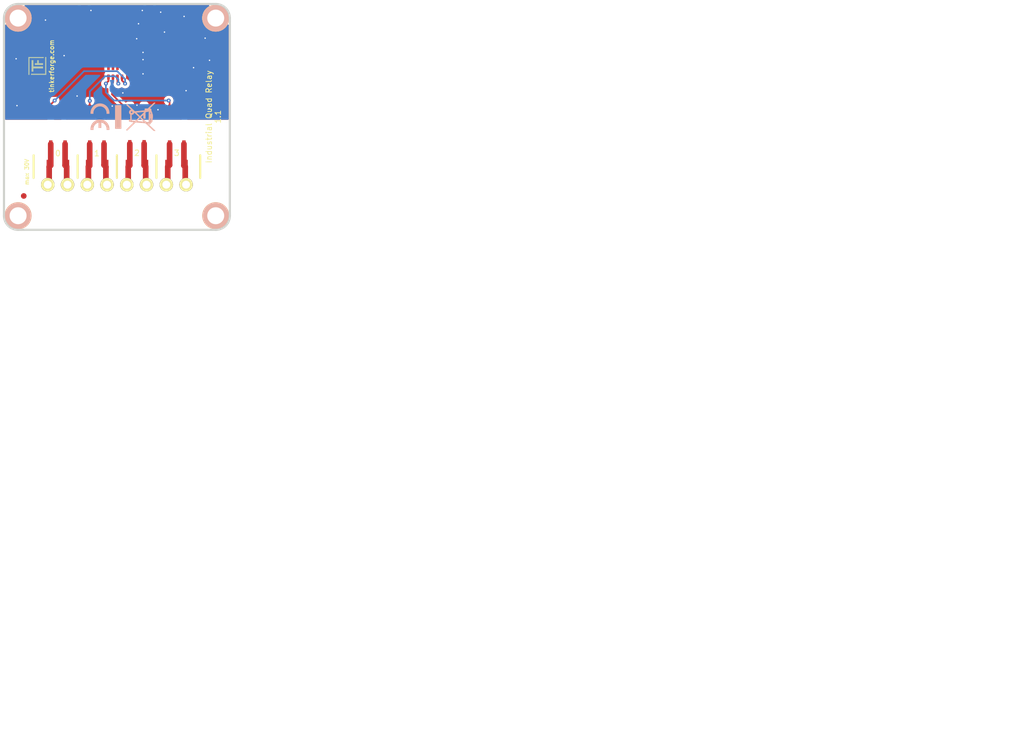
<source format=kicad_pcb>
(kicad_pcb (version 20221018) (generator pcbnew)
  (title_block (title "Industrial Quad Relay Bricklet") (rev "1.1") (company "Tinkerforge GmbH") (comment 1 "Licensed under CERN OHL v.1.1") (comment 2 "Copyright (©) 2013, B.Nordmeyer <bastian@tinkerforge.com>"))
  (layers (0 "F.Cu" signal "Front") (31 "B.Cu" signal "Back") (34 "B.Paste" user) (35 "F.Paste" user) (36 "B.SilkS" user "B.Silkscreen") (37 "F.SilkS" user "F.Silkscreen") (38 "B.Mask" user) (39 "F.Mask" user) (44 "Edge.Cuts" user))
  (net 0 "")
  (net 1 "3V3")
  (net 2 "GND")
  (net 3 "OUTPUT1")
  (net 4 "OUTPUT2")
  (net 5 "OUTPUT3")
  (net 6 "OUTPUT4")
  (net 7 "Net-(P1-Pad1)")
  (net 8 "Net-(P1-Pad4)")
  (net 9 "Net-(P1-Pad5)")
  (net 10 "Net-(P1-Pad6)")
  (net 11 "Net-(P2-Pad2)")
  (net 12 "Net-(P2-Pad3)")
  (net 13 "Net-(P2-Pad4)")
  (net 14 "Net-(P2-Pad1)")
  (net 15 "Net-(P2-Pad5)")
  (net 16 "Net-(P2-Pad6)")
  (net 17 "Net-(P2-Pad7)")
  (net 18 "Net-(P2-Pad8)")
  (net 19 "Net-(RP1-Pad5)")
  (net 20 "Net-(RP1-Pad6)")
  (net 21 "Net-(RP1-Pad7)")
  (net 22 "Net-(RP1-Pad8)")
  (net 23 "Net-(U1-Pad7)")
  (footprint "kicad-libraries:SOIC8" (layer "F.Cu") (at 126.8 48.525 -90)
    (fp_text reference "U1")
    (fp_text value "M24C64")
    (pad "1" smd rect (at -1.90246 2.69748 90) (size 0.59944 1.5494) (layers "F.Cu" "F.Paste" "F.Mask") (net 2 "GND"))
    (pad "2" smd rect (at -0.63246 2.69748 90) (size 0.59944 1.5494) (layers "F.Cu" "F.Paste" "F.Mask") (net 2 "GND"))
    (pad "3" smd rect (at 0.63246 2.69748 90) (size 0.59944 1.5494) (layers "F.Cu" "F.Paste" "F.Mask") (net 10 "Net-(P1-Pad6)"))
    (pad "4" smd rect (at 1.90246 2.69748 90) (size 0.59944 1.5494) (layers "F.Cu" "F.Paste" "F.Mask") (net 2 "GND"))
    (pad "5" smd rect (at 1.90246 -2.69748 270) (size 0.59944 1.5494) (layers "F.Cu" "F.Paste" "F.Mask") (net 9 "Net-(P1-Pad5)"))
    (pad "6" smd rect (at 0.63246 -2.69748 270) (size 0.59944 1.5494) (layers "F.Cu" "F.Paste" "F.Mask") (net 8 "Net-(P1-Pad4)"))
    (pad "7" smd rect (at -0.63246 -2.69748 270) (size 0.59944 1.5494) (layers "F.Cu" "F.Paste" "F.Mask") (net 23 "Net-(U1-Pad7)"))
    (pad "8" smd rect (at -1.90246 -2.69748 270) (size 0.59944 1.5494) (layers "F.Cu" "F.Paste" "F.Mask") (net 1 "3V3"))
  )
  (footprint "kicad-libraries:OQ_8P" (layer "F.Cu") (at 117.80012 70.05066)
    (fp_text reference "P2")
    (fp_text value "Digital Output")
    (pad "1" thru_hole circle (at -12.25042 0) (size 2.4003 2.4003) (drill 1.39954) (layers "*.Cu" "*.Mask" "F.SilkS") (net 14 "Net-(P2-Pad1)"))
    (pad "2" thru_hole circle (at -8.7503 0) (size 2.4003 2.4003) (drill 1.39954) (layers "*.Cu" "*.Mask" "F.SilkS") (net 11 "Net-(P2-Pad2)"))
    (pad "3" thru_hole circle (at -5.25018 0) (size 2.4003 2.4003) (drill 1.39954) (layers "*.Cu" "*.Mask" "F.SilkS") (net 12 "Net-(P2-Pad3)"))
    (pad "4" thru_hole circle (at -1.75006 0) (size 2.4003 2.4003) (drill 1.39954) (layers "*.Cu" "*.Mask" "F.SilkS") (net 13 "Net-(P2-Pad4)"))
    (pad "5" thru_hole circle (at 1.75006 0) (size 2.4003 2.4003) (drill 1.39954) (layers "*.Cu" "*.Mask" "F.SilkS") (net 15 "Net-(P2-Pad5)"))
    (pad "6" thru_hole circle (at 5.25018 0) (size 2.4003 2.4003) (drill 1.39954) (layers "*.Cu" "*.Mask" "F.SilkS") (net 16 "Net-(P2-Pad6)"))
    (pad "7" thru_hole circle (at 8.7503 0) (size 2.4003 2.4003) (drill 1.39954) (layers "*.Cu" "*.Mask" "F.SilkS") (net 17 "Net-(P2-Pad7)"))
    (pad "8" thru_hole circle (at 12.25042 0) (size 2.4003 2.4003) (drill 1.39954) (layers "*.Cu" "*.Mask" "F.SilkS") (net 18 "Net-(P2-Pad8)"))
  )
  (footprint "kicad-libraries:DRILL_NP" (layer "F.Cu") (at 100.29952 75.54976)
    (fp_text reference "U6" hide)
    (fp_text value "DRILL" hide)
    (pad "" np_thru_hole circle (at 0 0) (size 2.99974 2.99974) (drill 2.99974) (layers "*.Cu" "*.Mask" "F.SilkS") (clearance 0.89916))
  )
  (footprint "kicad-libraries:CON-SENSOR" (layer "F.Cu") (at 117.80012 38.0492 180)
    (fp_text reference "P1")
    (fp_text value "CON-SENSOR")
    (pad "1" smd rect (at -4.50088 -4.7752 180) (size 0.59944 1.5494) (layers "F.Cu" "F.Paste" "F.Mask") (net 7 "Net-(P1-Pad1)"))
    (pad "2" smd rect (at -3.50012 -4.7752 180) (size 0.59944 1.5494) (layers "F.Cu" "F.Paste" "F.Mask") (net 2 "GND"))
    (pad "3" smd rect (at -2.49936 -4.7752 180) (size 0.59944 1.5494) (layers "F.Cu" "F.Paste" "F.Mask") (net 1 "3V3"))
    (pad "4" smd rect (at -1.50114 -4.7752 180) (size 0.59944 1.5494) (layers "F.Cu" "F.Paste" "F.Mask") (net 8 "Net-(P1-Pad4)"))
    (pad "5" smd rect (at -0.50038 -4.7752 180) (size 0.59944 1.5494) (layers "F.Cu" "F.Paste" "F.Mask") (net 9 "Net-(P1-Pad5)"))
    (pad "6" smd rect (at 0.50038 -4.7752 180) (size 0.59944 1.5494) (layers "F.Cu" "F.Paste" "F.Mask") (net 10 "Net-(P1-Pad6)"))
    (pad "7" smd rect (at 1.50114 -4.7752 180) (size 0.59944 1.5494) (layers "F.Cu" "F.Paste" "F.Mask") (net 3 "OUTPUT1"))
    (pad "8" smd rect (at 2.49936 -4.7752 180) (size 0.59944 1.5494) (layers "F.Cu" "F.Paste" "F.Mask") (net 4 "OUTPUT2"))
    (pad "9" smd rect (at 3.50012 -4.7752 180) (size 0.59944 1.5494) (layers "F.Cu" "F.Paste" "F.Mask") (net 5 "OUTPUT3"))
    (pad "10" smd rect (at 4.50088 -4.7752 180) (size 0.59944 1.5494) (layers "F.Cu" "F.Paste" "F.Mask") (net 6 "OUTPUT4"))
    (pad "EP" smd rect (at -5.79882 -0.89916 180) (size 1.19888 1.80086) (layers "F.Cu" "F.Paste" "F.Mask") (net 2 "GND"))
    (pad "EP" smd rect (at 5.79882 -0.89916 180) (size 1.19888 1.80086) (layers "F.Cu" "F.Paste" "F.Mask") (net 2 "GND"))
  )
  (footprint "kicad-libraries:0603X4" (layer "F.Cu") (at 117.5004 50.14976)
    (fp_text reference "RP1")
    (fp_text value "1k")
    (pad "1" smd rect (at 1.19888 -0.8509) (size 0.44958 0.89916) (layers "F.Cu" "F.Paste" "F.Mask") (net 3 "OUTPUT1"))
    (pad "2" smd rect (at 0.39878 -0.8509) (size 0.44958 0.89916) (layers "F.Cu" "F.Paste" "F.Mask") (net 4 "OUTPUT2"))
    (pad "3" smd rect (at -0.39878 -0.8509) (size 0.44958 0.89916) (layers "F.Cu" "F.Paste" "F.Mask") (net 5 "OUTPUT3"))
    (pad "4" smd rect (at -1.19888 -0.8509) (size 0.44958 0.89916) (layers "F.Cu" "F.Paste" "F.Mask") (net 6 "OUTPUT4"))
    (pad "5" smd rect (at -1.19888 0.8509) (size 0.44958 0.89916) (layers "F.Cu" "F.Paste" "F.Mask") (net 19 "Net-(RP1-Pad5)"))
    (pad "6" smd rect (at -0.39878 0.8509) (size 0.44958 0.89916) (layers "F.Cu" "F.Paste" "F.Mask") (net 20 "Net-(RP1-Pad6)"))
    (pad "7" smd rect (at 0.39878 0.8509) (size 0.44958 0.89916) (layers "F.Cu" "F.Paste" "F.Mask") (net 21 "Net-(RP1-Pad7)"))
    (pad "8" smd rect (at 1.19888 0.8509) (size 0.44958 0.89916) (layers "F.Cu" "F.Paste" "F.Mask") (net 22 "Net-(RP1-Pad8)"))
  )
  (footprint "kicad-libraries:DRILL_NP" (layer "F.Cu") (at 100.29952 40.54856)
    (fp_text reference "U7" hide)
    (fp_text value "DRILL" hide)
    (pad "" np_thru_hole circle (at 0 0) (size 2.99974 2.99974) (drill 2.99974) (layers "*.Cu" "*.Mask" "F.SilkS") (clearance 0.89916))
  )
  (footprint "kicad-libraries:DRILL_NP" (layer "F.Cu") (at 135.30072 40.54856)
    (fp_text reference "U8" hide)
    (fp_text value "DRILL" hide)
    (pad "" np_thru_hole circle (at 0 0) (size 2.99974 2.99974) (drill 2.99974) (layers "*.Cu" "*.Mask" "F.SilkS") (clearance 0.89916))
  )
  (footprint "kicad-libraries:DRILL_NP" (layer "F.Cu") (at 135.30072 75.54976)
    (fp_text reference "U9" hide)
    (fp_text value "DRILL" hide)
    (pad "" np_thru_hole circle (at 0 0) (size 2.99974 2.99974) (drill 2.99974) (layers "*.Cu" "*.Mask" "F.SilkS") (clearance 0.89916))
  )
  (footprint "kicad-libraries:Fiducial_Mark" (layer "F.Cu") (at 101.30028 72.04964)
    (fp_text reference "Fiducial_Mark" hide)
    (fp_text value "VAL**" hide)
    (pad "1" smd circle (at 0 0) (size 1.00076 1.00076) (layers "F.Cu" "F.Paste" "F.Mask") (clearance 0.65024))
  )
  (footprint "kicad-libraries:Fiducial_Mark" (layer "F.Cu") (at 135.8011 44.54906)
    (fp_text reference "Fiducial_Mark" hide)
    (fp_text value "VAL**" hide)
    (pad "1" smd circle (at 0 0) (size 1.00076 1.00076) (layers "F.Cu" "F.Paste" "F.Mask") (clearance 0.65024))
  )
  (footprint "kicad-libraries:Logo_31x31" (layer "F.Cu") (at 102.12578 50.59934 90)
    (fp_text reference "G***" hide)
    (fp_text value "Logo_31x31" hide)
  )
  (footprint "kicad-libraries:C0603" (layer "F.Cu") (at 131.35 47.45 -90)
    (fp_text reference "C1")
    (fp_text value "100nF")
    (pad "1" smd rect (at -0.8001 0 270) (size 0.8001 0.8001) (layers "F.Cu" "F.Paste" "F.Mask") (net 1 "3V3"))
    (pad "2" smd rect (at 0.8001 0 270) (size 0.8001 0.8001) (layers "F.Cu" "F.Paste" "F.Mask") (net 2 "GND"))
  )
  (footprint "kicad-libraries:R1210" (layer "F.Cu") (at 107.35056 66.89852)
    (fp_text reference "R1")
    (fp_text value "VJ13PC0300KBA")
    (pad "1" smd rect (at -1.5494 0) (size 0.89916 2.49936) (layers "F.Cu" "F.Paste" "F.Mask") (net 14 "Net-(P2-Pad1)") (clearance 0.14986))
    (pad "2" smd rect (at 1.5494 0) (size 0.89916 2.49936) (layers "F.Cu" "F.Paste" "F.Mask") (net 11 "Net-(P2-Pad2)") (clearance 0.14986))
  )
  (footprint "kicad-libraries:R1210" (layer "F.Cu") (at 114.3 66.89852)
    (fp_text reference "R2")
    (fp_text value "VJ13PC0300KBA")
    (pad "1" smd rect (at -1.5494 0) (size 0.89916 2.49936) (layers "F.Cu" "F.Paste" "F.Mask") (net 12 "Net-(P2-Pad3)") (clearance 0.14986))
    (pad "2" smd rect (at 1.5494 0) (size 0.89916 2.49936) (layers "F.Cu" "F.Paste" "F.Mask") (net 13 "Net-(P2-Pad4)") (clearance 0.14986))
  )
  (footprint "kicad-libraries:R1210" (layer "F.Cu") (at 121.35104 66.89852)
    (fp_text reference "R3")
    (fp_text value "VJ13PC0300KBA")
    (pad "1" smd rect (at -1.5494 0) (size 0.89916 2.49936) (layers "F.Cu" "F.Paste" "F.Mask") (net 15 "Net-(P2-Pad5)") (clearance 0.14986))
    (pad "2" smd rect (at 1.5494 0) (size 0.89916 2.49936) (layers "F.Cu" "F.Paste" "F.Mask") (net 16 "Net-(P2-Pad6)") (clearance 0.14986))
  )
  (footprint "kicad-libraries:R1210" (layer "F.Cu") (at 128.35128 66.89852)
    (fp_text reference "R4")
    (fp_text value "VJ13PC0300KBA")
    (pad "1" smd rect (at -1.5494 0) (size 0.89916 2.49936) (layers "F.Cu" "F.Paste" "F.Mask") (net 17 "Net-(P2-Pad7)") (clearance 0.14986))
    (pad "2" smd rect (at 1.5494 0) (size 0.89916 2.49936) (layers "F.Cu" "F.Paste" "F.Mask") (net 18 "Net-(P2-Pad8)") (clearance 0.14986))
  )
  (footprint "kicad-libraries:SOP4-WIDE" (layer "F.Cu") (at 107.35056 60.04814)
    (fp_text reference "U2")
    (fp_text value "CPC1020N")
    (pad "1" smd rect (at 1.27 -3.15) (size 0.59944 2) (layers "F.Cu" "F.Paste" "F.Mask") (net 1 "3V3"))
    (pad "2" smd rect (at -1.27 -3.15) (size 0.59944 2) (layers "F.Cu" "F.Paste" "F.Mask") (net 22 "Net-(RP1-Pad8)"))
    (pad "3" smd rect (at -1.27 3.15) (size 0.59944 2) (layers "F.Cu" "F.Paste" "F.Mask") (net 14 "Net-(P2-Pad1)"))
    (pad "4" smd rect (at 1.27 3.15) (size 0.59944 2) (layers "F.Cu" "F.Paste" "F.Mask") (net 11 "Net-(P2-Pad2)"))
  )
  (footprint "kicad-libraries:SOP4-WIDE" (layer "F.Cu") (at 114.2492 60.04814)
    (fp_text reference "U3")
    (fp_text value "CPC1020N")
    (pad "1" smd rect (at 1.27 -3.15) (size 0.59944 2) (layers "F.Cu" "F.Paste" "F.Mask") (net 1 "3V3"))
    (pad "2" smd rect (at -1.27 -3.15) (size 0.59944 2) (layers "F.Cu" "F.Paste" "F.Mask") (net 21 "Net-(RP1-Pad7)"))
    (pad "3" smd rect (at -1.27 3.15) (size 0.59944 2) (layers "F.Cu" "F.Paste" "F.Mask") (net 12 "Net-(P2-Pad3)"))
    (pad "4" smd rect (at 1.27 3.15) (size 0.59944 2) (layers "F.Cu" "F.Paste" "F.Mask") (net 13 "Net-(P2-Pad4)"))
  )
  (footprint "kicad-libraries:SOP4-WIDE" (layer "F.Cu") (at 121.35104 59.99988)
    (fp_text reference "U4")
    (fp_text value "CPC1020N")
    (pad "1" smd rect (at 1.27 -3.15) (size 0.59944 2) (layers "F.Cu" "F.Paste" "F.Mask") (net 1 "3V3"))
    (pad "2" smd rect (at -1.27 -3.15) (size 0.59944 2) (layers "F.Cu" "F.Paste" "F.Mask") (net 20 "Net-(RP1-Pad6)"))
    (pad "3" smd rect (at -1.27 3.15) (size 0.59944 2) (layers "F.Cu" "F.Paste" "F.Mask") (net 15 "Net-(P2-Pad5)"))
    (pad "4" smd rect (at 1.27 3.15) (size 0.59944 2) (layers "F.Cu" "F.Paste" "F.Mask") (net 16 "Net-(P2-Pad6)"))
  )
  (footprint "kicad-libraries:SOP4-WIDE" (layer "F.Cu") (at 128.39954 60.04814)
    (fp_text reference "U5")
    (fp_text value "CPC1020N")
    (pad "1" smd rect (at 1.27 -3.15) (size 0.59944 2) (layers "F.Cu" "F.Paste" "F.Mask") (net 1 "3V3"))
    (pad "2" smd rect (at -1.27 -3.15) (size 0.59944 2) (layers "F.Cu" "F.Paste" "F.Mask") (net 19 "Net-(RP1-Pad5)"))
    (pad "3" smd rect (at -1.27 3.15) (size 0.59944 2) (layers "F.Cu" "F.Paste" "F.Mask") (net 17 "Net-(P2-Pad7)"))
    (pad "4" smd rect (at 1.27 3.15) (size 0.59944 2) (layers "F.Cu" "F.Paste" "F.Mask") (net 18 "Net-(P2-Pad8)"))
  )
  (footprint "kicad-libraries:WEEE_7mm" (layer "B.Cu") (at 121.05 58.05 90)
    (fp_text reference "VAL" hide)
    (fp_text value "WEEE_7mm" hide)
  )
  (footprint "kicad-libraries:CE_5mm" (layer "B.Cu") (at 114.8 58.05 -90)
    (fp_text reference "VAL" hide)
    (fp_text value "CE_5mm" hide)
  )
  (gr_line (start 124.80036 68.84924) (end 124.80036 64.84874) (stroke (width 0.381)) (layer "F.SilkS"))
  (gr_line (start 103.05034 68.84924) (end 103.05034 64.84874) (stroke (width 0.381)) (layer "F.SilkS"))
  (gr_line (start 117.80012 68.84924) (end 117.80012 64.84874) (stroke (width 0.381)) (layer "F.SilkS"))
  (gr_line (start 132.5499 68.84924) (end 132.5499 64.84874) (stroke (width 0.381)) (layer "F.SilkS"))
  (gr_line (start 110.85068 68.84924) (end 110.85068 64.84874) (stroke (width 0.381)) (layer "F.SilkS"))
  (gr_line (start 97.80016 40.5511) (end 97.80016 75.54976) (stroke (width 0.381)) (layer "Edge.Cuts"))
  (gr_arc (start 137.80008 75.54976) (mid 137.06729 77.31887) (end 135.29818 78.05166) (stroke (width 0.381)) (layer "Edge.Cuts"))
  (gr_line (start 135.30072 38.0492) (end 100.29952 38.0492) (stroke (width 0.381)) (layer "Edge.Cuts"))
  (gr_line (start 100.29952 78.04912) (end 135.30072 78.04912) (stroke (width 0.381)) (layer "Edge.Cuts"))
  (gr_arc (start 135.29818 38.0492) (mid 137.06729 38.78199) (end 137.80008 40.5511) (stroke (width 0.381)) (layer "Edge.Cuts"))
  (gr_line (start 137.80262 75.54976) (end 137.80262 40.5511) (stroke (width 0.381)) (layer "Edge.Cuts"))
  (gr_arc (start 97.80016 40.5511) (mid 98.532206 38.783786) (end 100.29952 38.05174) (stroke (width 0.381)) (layer "Edge.Cuts"))
  (gr_arc (start 100.29952 78.04912) (mid 98.532206 77.317074) (end 97.80016 75.54976) (stroke (width 0.381)) (layer "Edge.Cuts"))
  (gr_text "max 30V" (at 101.84892 67.80022 90) (layer "F.SilkS") (effects (font (size 0.70104 0.70104) (thickness 0.14986))))
  (gr_text "tinkerforge.com" (at 106.25074 49.04994 90) (layer "F.SilkS") (effects (font (size 0.8001 0.8001) (thickness 0.14986))))
  (gr_text "1" (at 114.2492 64.49822) (layer "F.SilkS") (effects (font (size 1.00076 1.00076) (thickness 0.14986))))
  (gr_text "3" (at 128.39954 64.44996) (layer "F.SilkS") (effects (font (size 1.00076 1.00076) (thickness 0.14986))))
  (gr_text "0" (at 107.35056 64.49822) (layer "F.SilkS") (effects (font (size 1.00076 1.00076) (thickness 0.14986))))
  (gr_text "2" (at 121.35104 64.44996) (layer "F.SilkS") (effects (font (size 1.00076 1.00076) (thickness 0.14986))))
  (gr_text "Industrial Quad Relay\n1.1" (at 134.9 58.025 90) (layer "F.SilkS") (effects (font (size 1 1))))
  (segment (start 122.875 58.375) (end 122.62104 58.12104) (width 0.29972) (layer "F.Cu") (net 1))
  (segment (start 122.62104 58.12104) (end 122.62104 56.84988) (width 0.29972) (layer "F.Cu") (net 1))
  (segment (start 115.925 58.375) (end 115.5192 57.9692) (width 0.29972) (layer "F.Cu") (net 1))
  (segment (start 115.5192 57.9692) (end 115.5192 56.89814) (width 0.29972) (layer "F.Cu") (net 1))
  (segment (start 108.875 58.375) (end 108.62056 58.12056) (width 0.29972) (layer "F.Cu") (net 1))
  (segment (start 108.62056 58.12056) (end 108.62056 56.89814) (width 0.29972) (layer "F.Cu") (net 1))
  (segment (start 129.05 58.375) (end 122.875 58.375) (width 0.29972) (layer "F.Cu") (net 1))
  (segment (start 129.225 58.375) (end 129.66954 57.93046) (width 0.29972) (layer "F.Cu") (net 1))
  (segment (start 129.66954 57.93046) (end 129.66954 56.89814) (width 0.29972) (layer "F.Cu") (net 1))
  (segment (start 120.29948 41.85052) (end 121.325 40.825) (width 0.29972) (layer "F.Cu") (net 1))
  (segment (start 121.325 40.825) (end 126.725 40.825) (width 0.29972) (layer "F.Cu") (net 1))
  (segment (start 126.725 40.825) (end 131.35 45.45) (width 0.29972) (layer "F.Cu") (net 1))
  (segment (start 131.35 45.45) (end 131.35 46.6499) (width 0.29972) (layer "F.Cu") (net 1))
  (segment (start 129.52484 46.6499) (end 129.49748 46.62254) (width 0.29972) (layer "F.Cu") (net 1))
  (segment (start 132.1749 46.6499) (end 132.975 47.45) (width 0.29972) (layer "F.Cu") (net 1))
  (segment (start 132.975 47.45) (end 132.975 54.475) (width 0.29972) (layer "F.Cu") (net 1))
  (segment (start 132.975 54.475) (end 130.55186 56.89814) (width 0.29972) (layer "F.Cu") (net 1))
  (segment (start 130.55186 56.89814) (end 129.66954 56.89814) (width 0.29972) (layer "F.Cu") (net 1))
  (segment (start 115.925 58.375) (end 108.875 58.375) (width 0.29972) (layer "F.Cu") (net 1))
  (segment (start 129.05 58.375) (end 129.225 58.375) (width 0.29972) (layer "F.Cu") (net 1))
  (segment (start 122.875 58.375) (end 115.925 58.375) (width 0.29972) (layer "F.Cu") (net 1))
  (segment (start 131.35 46.6499) (end 132.1749 46.6499) (width 0.29972) (layer "F.Cu") (net 1))
  (segment (start 120.29948 42.8244) (end 120.29948 41.85052) (width 0.29972) (layer "F.Cu") (net 1))
  (segment (start 131.35 46.6499) (end 129.52484 46.6499) (width 0.29972) (layer "F.Cu") (net 1))
  (segment (start 131.35 49.3) (end 131.375 49.325) (width 0.29972) (layer "F.Cu") (net 2))
  (segment (start 122.425 47.9) (end 122.43246 47.89254) (width 0.29972) (layer "F.Cu") (net 2))
  (segment (start 122.43246 47.89254) (end 124.10252 47.89254) (width 0.29972) (layer "F.Cu") (net 2))
  (segment (start 122.42746 46.62254) (end 122.425 46.625) (width 0.29972) (layer "F.Cu") (net 2))
  (segment (start 122.425 50.425) (end 122.42746 50.42746) (width 0.29972) (layer "F.Cu") (net 2))
  (segment (start 122.42746 50.42746) (end 124.10252 50.42746) (width 0.29972) (layer "F.Cu") (net 2))
  (segment (start 122.425 51.9) (end 123.925 53.4) (width 0.29972) (layer "F.Cu") (net 2))
  (segment (start 123.925 53.4) (end 130.05 53.4) (width 0.29972) (layer "F.Cu") (net 2))
  (segment (start 134.125 56.6) (end 134.2 56.525) (width 0.29972) (layer "F.Cu") (net 2))
  (segment (start 134.2 56.525) (end 134.2 48.025) (width 0.29972) (layer "F.Cu") (net 2))
  (segment (start 133.425 44.1) (end 129.7 40.375) (width 0.29972) (layer "F.Cu") (net 2))
  (segment (start 129.7 40.375) (end 129.7 40.25) (width 0.29972) (layer "F.Cu") (net 2))
  (segment (start 121.30024 41.87476) (end 121.625 41.55) (width 0.29972) (layer "F.Cu") (net 2))
  (segment (start 122.425 53.75) (end 125.075 56.4) (width 0.29972) (layer "F.Cu") (net 2))
  (segment (start 125.075 56.4) (end 125.075 56.775) (width 0.29972) (layer "F.Cu") (net 2))
  (segment (start 121.30024 42.8244) (end 121.30024 41.87476) (width 0.29972) (layer "F.Cu") (net 2))
  (segment (start 102.39756 56.05018) (end 104.09936 54.34838) (width 0.29972) (layer "F.Cu") (net 2))
  (segment (start 124.10252 46.62254) (end 122.42746 46.62254) (width 0.29972) (layer "F.Cu") (net 2))
  (segment (start 107.10164 38.94836) (end 105.15092 40.89908) (width 0.29972) (layer "F.Cu") (net 2))
  (segment (start 110.74908 54.34838) (end 115.1001 54.34838) (width 0.29972) (layer "F.Cu") (net 2))
  (segment (start 122.425 50.425) (end 122.425 51.9) (width 0.29972) (layer "F.Cu") (net 2))
  (segment (start 100.1014 56.05018) (end 102.39756 56.05018) (width 0.29972) (layer "F.Cu") (net 2))
  (segment (start 115.1001 54.34838) (end 116.975 56.125) (width 0.29972) (layer "F.Cu") (net 2))
  (segment (start 131.35 48.2501) (end 131.35 49.3) (width 0.29972) (layer "F.Cu") (net 2))
  (segment (start 105.15092 40.89908) (end 105.15092 41.148) (width 0.29972) (layer "F.Cu") (net 2))
  (segment (start 105.15092 42.54754) (end 99.949 47.74946) (width 0.29972) (layer "F.Cu") (net 2))
  (segment (start 112.0013 39.19982) (end 113.20018 39.19982) (width 0.29972) (layer "F.Cu") (net 2))
  (segment (start 105.15092 40.89908) (end 105.15092 42.54754) (width 0.29972) (layer "F.Cu") (net 2))
  (segment (start 123.59894 39.19982) (end 122.301 39.19982) (width 0.29972) (layer "F.Cu") (net 2))
  (segment (start 121.30024 42.8244) (end 121.30024 44.19854) (width 0.29972) (layer "F.Cu") (net 2))
  (segment (start 122.425 50.425) (end 122.425 53.75) (width 0.29972) (layer "F.Cu") (net 2))
  (segment (start 104.09936 54.34838) (end 110.74908 54.34838) (width 0.29972) (layer "F.Cu") (net 2))
  (segment (start 112.0013 38.94836) (end 107.10164 38.94836) (width 0.29972) (layer "F.Cu") (net 2))
  (via (at 130.05 53.4) (size 0.70104) (drill 0.24892) (layers "F.Cu" "B.Cu") (net 2))
  (via (at 121.625 41.55) (size 0.70104) (drill 0.24892) (layers "F.Cu" "B.Cu") (net 2))
  (via (at 125.075 56.775) (size 0.70104) (drill 0.24892) (layers "F.Cu" "B.Cu") (net 2))
  (via (at 131.375 49.325) (size 0.70104) (drill 0.24892) (layers "F.Cu" "B.Cu") (net 2))
  (via (at 105.15092 40.89908) (size 0.70104) (drill 0.24892) (layers "F.Cu" "B.Cu") (net 2))
  (via (at 134.2 48.025) (size 0.70104) (drill 0.24892) (layers "F.Cu" "B.Cu") (net 2))
  (via (at 122.425 46.625) (size 0.70104) (drill 0.24892) (layers "F.Cu" "B.Cu") (net 2))
  (via (at 113.20018 39.19982) (size 0.70104) (drill 0.24892) (layers "F.Cu" "B.Cu") (net 2))
  (via (at 108.45038 47.19828) (size 0.70104) (drill 0.24892) (layers "F.Cu" "B.Cu") (net 2))
  (via (at 118.85 53.8) (size 0.70104) (drill 0.24892) (layers "F.Cu" "B.Cu") (net 2))
  (via (at 126.225 43.025) (size 0.70104) (drill 0.24892) (layers "F.Cu" "B.Cu") (net 2))
  (via (at 110.74908 54.34838) (size 0.70104) (drill 0.24892) (layers "F.Cu" "B.Cu") (net 2))
  (via (at 122.425 47.9) (size 0.70104) (drill 0.24892) (layers "F.Cu" "B.Cu") (net 2))
  (via (at 116.975 56.125) (size 0.70104) (drill 0.24892) (layers "F.Cu" "B.Cu") (net 2))
  (via (at 121.30024 44.19854) (size 0.70104) (drill 0.24892) (layers "F.Cu" "B.Cu") (net 2))
  (via (at 122.301 39.19982) (size 0.70104) (drill 0.24892) (layers "F.Cu" "B.Cu") (net 2))
  (via (at 125.55 39.5) (size 0.70104) (drill 0.24892) (layers "F.Cu" "B.Cu") (net 2))
  (via (at 99.949 47.74946) (size 0.70104) (drill 0.24892) (layers "F.Cu" "B.Cu") (net 2))
  (via (at 122.425 50.425) (size 0.70104) (drill 0.24892) (layers "F.Cu" "B.Cu") (net 2))
  (via (at 134.125 56.6) (size 0.70104) (drill 0.24892) (layers "F.Cu" "B.Cu") (net 2))
  (via (at 121.35 55.975) (size 0.70104) (drill 0.24892) (layers "F.Cu" "B.Cu") (net 2))
  (via (at 129.7 40.25) (size 0.70104) (drill 0.24892) (layers "F.Cu" "B.Cu") (net 2))
  (via (at 133.425 44.1) (size 0.70104) (drill 0.24892) (layers "F.Cu" "B.Cu") (net 2))
  (via (at 100.1014 56.05018) (size 0.70104) (drill 0.24892) (layers "F.Cu" "B.Cu") (net 2))
  (segment (start 131.375 49.325) (end 129.95 47.9) (width 0.29972) (layer "B.Cu") (net 2))
  (segment (start 129.95 47.9) (end 122.425 47.9) (width 0.29972) (layer "B.Cu") (net 2))
  (segment (start 122.425 46.625) (end 122.425 47.9) (width 0.29972) (layer "B.Cu") (net 2))
  (segment (start 130.05 53.4) (end 133.25 56.6) (width 0.29972) (layer "B.Cu") (net 2))
  (segment (start 133.25 56.6) (end 134.125 56.6) (width 0.29972) (layer "B.Cu") (net 2))
  (segment (start 134.2 48.025) (end 133.425 47.25) (width 0.29972) (layer "B.Cu") (net 2))
  (segment (start 133.425 47.25) (end 133.425 44.1) (width 0.29972) (layer "B.Cu") (net 2))
  (segment (start 129.7 40.25) (end 128.95 39.5) (width 0.29972) (layer "B.Cu") (net 2))
  (segment (start 128.95 39.5) (end 125.55 39.5) (width 0.29972) (layer "B.Cu") (net 2))
  (segment (start 121.625 41.55) (end 122.301 40.874) (width 0.29972) (layer "B.Cu") (net 2))
  (segment (start 122.301 40.874) (end 122.301 39.19982) (width 0.29972) (layer "B.Cu") (net 2))
  (segment (start 122.60118 39.5) (end 122.301 39.19982) (width 0.29972) (layer "B.Cu") (net 2))
  (segment (start 129 40.25) (end 126.225 43.025) (width 0.29972) (layer "B.Cu") (net 2))
  (segment (start 122.425 52.05) (end 120.675 53.8) (width 0.29972) (layer "B.Cu") (net 2))
  (segment (start 120.675 53.8) (end 118.85 53.8) (width 0.29972) (layer "B.Cu") (net 2))
  (segment (start 129.7 40.25) (end 129 40.25) (width 0.29972) (layer "B.Cu") (net 2))
  (segment (start 100.1014 47.90186) (end 100.1014 56.05018) (width 0.29972) (layer "B.Cu") (net 2))
  (segment (start 122.425 47.9) (end 122.425 50.425) (width 0.29972) (layer "B.Cu") (net 2))
  (segment (start 111.45012 44.19854) (end 108.45038 47.19828) (width 0.29972) (layer "B.Cu") (net 2))
  (segment (start 99.949 47.74946) (end 100.1014 47.90186) (width 0.29972) (layer "B.Cu") (net 2))
  (segment (start 125.55 39.5) (end 122.60118 39.5) (width 0.29972) (layer "B.Cu") (net 2))
  (segment (start 122.425 50.425) (end 122.425 52.05) (width 0.29972) (layer "B.Cu") (net 2))
  (segment (start 121.30024 44.19854) (end 111.45012 44.19854) (width 0.29972) (layer "B.Cu") (net 2))
  (segment (start 113.20018 39.19982) (end 122.301 39.19982) (width 0.29972) (layer "B.Cu") (net 2))
  (segment (start 116.975 56.125) (end 116.7511 55.99938) (width 0.29972) (layer "B.Cu") (net 2))
  (segment (start 116.7511 55.99938) (end 121.35 55.975) (width 0.29972) (layer "B.Cu") (net 2))
  (segment (start 116.29898 44.49826) (end 116.29898 42.8244) (width 0.29972) (layer "F.Cu") (net 3))
  (segment (start 118.69928 46.89856) (end 116.29898 44.49826) (width 0.29972) (layer "F.Cu") (net 3))
  (segment (start 118.69928 49.29886) (end 118.69928 46.89856) (width 0.29972) (layer "F.Cu") (net 3))
  (segment (start 115.30076 44.85132) (end 115.30076 42.8244) (width 0.29972) (layer "F.Cu") (net 4))
  (segment (start 117.89918 49.29886) (end 117.89918 47.44974) (width 0.29972) (layer "F.Cu") (net 4))
  (segment (start 117.89918 47.44974) (end 115.30076 44.85132) (width 0.29972) (layer "F.Cu") (net 4))
  (segment (start 117.10162 49.29886) (end 117.10162 48.14824) (width 0.29972) (layer "F.Cu") (net 5))
  (segment (start 117.10162 48.14824) (end 114.3 45.34662) (width 0.29972) (layer "F.Cu") (net 5))
  (segment (start 114.3 45.34662) (end 114.3 42.8244) (width 0.29972) (layer "F.Cu") (net 5))
  (segment (start 113.29924 46.04766) (end 113.29924 42.8244) (width 0.29972) (layer "F.Cu") (net 6))
  (segment (start 116.30152 49.04994) (end 113.29924 46.04766) (width 0.29972) (layer "F.Cu") (net 6))
  (segment (start 116.30152 49.29886) (end 116.30152 49.04994) (width 0.29972) (layer "F.Cu") (net 6))
  (segment (start 128.65746 49.15746) (end 128.025 48.525) (width 0.29972) (layer "F.Cu") (net 8))
  (segment (start 128.025 48.525) (end 128.025 46.225) (width 0.29972) (layer "F.Cu") (net 8))
  (segment (start 128.025 46.225) (end 126.775 44.975) (width 0.29972) (layer "F.Cu") (net 8))
  (segment (start 126.775 44.975) (end 120.15 44.975) (width 0.29972) (layer "F.Cu") (net 8))
  (segment (start 120.15 44.975) (end 119.30126 44.12626) (width 0.29972) (layer "F.Cu") (net 8))
  (segment (start 119.30126 44.12626) (end 119.30126 42.8244) (width 0.29972) (layer "F.Cu") (net 8))
  (segment (start 129.49748 49.15746) (end 128.65746 49.15746) (width 0.29972) (layer "F.Cu") (net 8))
  (segment (start 118.3005 43.9505) (end 120.05 45.7) (width 0.29972) (layer "F.Cu") (net 9))
  (segment (start 120.05 45.7) (end 125.95 45.7) (width 0.29972) (layer "F.Cu") (net 9))
  (segment (start 125.95 45.7) (end 127.075 46.825) (width 0.29972) (layer "F.Cu") (net 9))
  (segment (start 127.075 46.825) (end 127.075 49.425) (width 0.29972) (layer "F.Cu") (net 9))
  (segment (start 127.075 49.425) (end 128.07746 50.42746) (width 0.29972) (layer "F.Cu") (net 9))
  (segment (start 128.07746 50.42746) (end 129.49748 50.42746) (width 0.29972) (layer "F.Cu") (net 9))
  (segment (start 118.3005 42.8244) (end 118.3005 43.9505) (width 0.29972) (layer "F.Cu") (net 9))
  (segment (start 122.33246 49.15746) (end 117.29974 44.12474) (width 0.29972) (layer "F.Cu") (net 10))
  (segment (start 117.29974 44.12474) (end 117.29974 42.8244) (width 0.29972) (layer "F.Cu") (net 10))
  (segment (start 124.10252 49.15746) (end 122.33246 49.15746) (width 0.29972) (layer "F.Cu") (net 10))
  (segment (start 108.89996 69.9008) (end 109.04982 70.05066) (width 1.00076) (layer "F.Cu") (net 11))
  (segment (start 108.62056 66.61912) (end 108.89996 66.89852) (width 1.00076) (layer "F.Cu") (net 11))
  (segment (start 108.89996 66.89852) (end 108.89996 69.9008) (width 1.00076) (layer "F.Cu") (net 11))
  (segment (start 108.62056 62.84722) (end 108.62056 66.61912) (width 1.00076) (layer "F.Cu") (net 11))
  (segment (start 112.7506 66.89852) (end 112.7506 69.85) (width 1.00076) (layer "F.Cu") (net 12))
  (segment (start 112.9792 66.66992) (end 112.7506 66.89852) (width 1.00076) (layer "F.Cu") (net 12))
  (segment (start 112.7506 69.85) (end 112.54994 70.05066) (width 1.00076) (layer "F.Cu") (net 12))
  (segment (start 112.9792 62.84722) (end 112.9792 66.66992) (width 1.00076) (layer "F.Cu") (net 12))
  (segment (start 115.5192 66.56832) (end 115.8494 66.89852) (width 1.00076) (layer "F.Cu") (net 13))
  (segment (start 115.8494 69.85) (end 116.05006 70.05066) (width 1.00076) (layer "F.Cu") (net 13))
  (segment (start 115.8494 66.89852) (end 115.8494 69.85) (width 1.00076) (layer "F.Cu") (net 13))
  (segment (start 115.5192 62.84722) (end 115.5192 66.56832) (width 1.00076) (layer "F.Cu") (net 13))
  (segment (start 105.80116 66.89852) (end 105.80116 69.7992) (width 1.00076) (layer "F.Cu") (net 14))
  (segment (start 106.08056 62.84722) (end 106.08056 66.61912) (width 1.00076) (layer "F.Cu") (net 14))
  (segment (start 106.08056 66.61912) (end 105.80116 66.89852) (width 1.00076) (layer "F.Cu") (net 14))
  (segment (start 105.80116 69.7992) (end 105.5497 70.05066) (width 1.00076) (layer "F.Cu") (net 14))
  (segment (start 119.80164 69.7992) (end 119.55018 70.05066) (width 1.00076) (layer "F.Cu") (net 15))
  (segment (start 120.08104 66.61912) (end 119.80164 66.89852) (width 1.00076) (layer "F.Cu") (net 15))
  (segment (start 119.80164 66.89852) (end 119.80164 69.7992) (width 1.00076) (layer "F.Cu") (net 15))
  (segment (start 120.08104 62.79896) (end 120.08104 66.61912) (width 1.00076) (layer "F.Cu") (net 15))
  (segment (start 122.90044 66.89852) (end 122.90044 69.9008) (width 1.00076) (layer "F.Cu") (net 16))
  (segment (start 122.62104 66.61912) (end 122.90044 66.89852) (width 1.00076) (layer "F.Cu") (net 16))
  (segment (start 122.90044 69.9008) (end 123.0503 70.05066) (width 1.00076) (layer "F.Cu") (net 16))
  (segment (start 122.62104 62.79896) (end 122.62104 66.61912) (width 1.00076) (layer "F.Cu") (net 16))
  (segment (start 127.12954 66.57086) (end 126.80188 66.89852) (width 1.00076) (layer "F.Cu") (net 17))
  (segment (start 126.80188 69.7992) (end 126.55042 70.05066) (width 1.00076) (layer "F.Cu") (net 17))
  (segment (start 127.12954 62.84722) (end 127.12954 66.57086) (width 1.00076) (layer "F.Cu") (net 17))
  (segment (start 126.80188 66.89852) (end 126.80188 69.7992) (width 1.00076) (layer "F.Cu") (net 17))
  (segment (start 129.66954 66.66738) (end 129.90068 66.89852) (width 1.00076) (layer "F.Cu") (net 18))
  (segment (start 129.90068 66.89852) (end 129.90068 69.9008) (width 1.00076) (layer "F.Cu") (net 18))
  (segment (start 129.66954 62.84722) (end 129.66954 66.66738) (width 1.00076) (layer "F.Cu") (net 18))
  (segment (start 129.90068 69.9008) (end 130.05054 70.05066) (width 1.00076) (layer "F.Cu") (net 18))
  (segment (start 127.12954 55.30454) (end 126.975 55.15) (width 0.29972) (layer "F.Cu") (net 19))
  (segment (start 127.12954 56.89814) (end 127.12954 55.30454) (width 0.29972) (layer "F.Cu") (net 19))
  (segment (start 116.30152 51.69662) (end 115.8494 52.14874) (width 0.29972) (layer "F.Cu") (net 19))
  (segment (start 116.30152 51.00066) (end 116.30152 51.69662) (width 0.29972) (layer "F.Cu") (net 19))
  (via (at 126.975 55.15) (size 0.70104) (drill 0.24892) (layers "F.Cu" "B.Cu") (net 19))
  (via (at 115.8494 52.14874) (size 0.70104) (drill 0.24892) (layers "F.Cu" "B.Cu") (net 19))
  (segment (start 126.975 55.15) (end 126.97348 55.14848) (width 0.29972) (layer "B.Cu") (net 19))
  (segment (start 126.97348 55.14848) (end 126.29896 55.14848) (width 0.29972) (layer "B.Cu") (net 19))
  (segment (start 115.8494 52.14874) (end 115.8494 53.69814) (width 0.29972) (layer "B.Cu") (net 19))
  (segment (start 117.29974 55.14848) (end 126.29896 55.14848) (width 0.29972) (layer "B.Cu") (net 19))
  (segment (start 115.8494 53.69814) (end 117.29974 55.14848) (width 0.29972) (layer "B.Cu") (net 19))
  (segment (start 116.94922 52.14874) (end 116.94922 54.06898) (width 0.29972) (layer "F.Cu") (net 20))
  (segment (start 117.10162 51.99634) (end 116.94922 52.14874) (width 0.29972) (layer "F.Cu") (net 20))
  (segment (start 116.94922 54.06898) (end 120.08104 57.2008) (width 0.29972) (layer "F.Cu") (net 20))
  (segment (start 117.10162 51.00066) (end 117.10162 51.99634) (width 0.29972) (layer "F.Cu") (net 20))
  (segment (start 112.9792 55.2208) (end 113 55.2) (width 0.29972) (layer "F.Cu") (net 21))
  (segment (start 117.89918 51.99888) (end 118.04904 52.14874) (width 0.29972) (layer "F.Cu") (net 21))
  (segment (start 112.9792 56.89814) (end 112.9792 55.2208) (width 0.29972) (layer "F.Cu") (net 21))
  (segment (start 117.89918 51.00066) (end 117.89918 51.99888) (width 0.29972) (layer "F.Cu") (net 21))
  (via (at 113 55.2) (size 0.70104) (drill 0.24892) (layers "F.Cu" "B.Cu") (net 21))
  (via (at 118.04904 52.14874) (size 0.70104) (drill 0.24892) (layers "F.Cu" "B.Cu") (net 21))
  (segment (start 113 55.2) (end 112.99952 55.19952) (width 0.29972) (layer "B.Cu") (net 21))
  (segment (start 112.99952 55.19952) (end 112.99952 53.54828) (width 0.29972) (layer "B.Cu") (net 21))
  (segment (start 118.04904 51.3969) (end 117.5004 50.84826) (width 0.29972) (layer "B.Cu") (net 21))
  (segment (start 117.5004 50.84826) (end 115.69954 50.84826) (width 0.29972) (layer "B.Cu") (net 21))
  (segment (start 115.69954 50.84826) (end 112.99952 53.54828) (width 0.29972) (layer "B.Cu") (net 21))
  (segment (start 118.04904 52.14874) (end 118.04904 51.3969) (width 0.29972) (layer "B.Cu") (net 21))
  (segment (start 106.08056 55.84444) (end 106.775 55.15) (width 0.29972) (layer "F.Cu") (net 22))
  (segment (start 118.69928 51.59756) (end 119.25046 52.14874) (width 0.29972) (layer "F.Cu") (net 22))
  (segment (start 118.69928 51.00066) (end 118.69928 51.59756) (width 0.29972) (layer "F.Cu") (net 22))
  (segment (start 106.08056 56.89814) (end 106.08056 55.84444) (width 0.29972) (layer "F.Cu") (net 22))
  (via (at 106.775 55.15) (size 0.70104) (drill 0.24892) (layers "F.Cu" "B.Cu") (net 22))
  (via (at 119.25046 52.14874) (size 0.70104) (drill 0.24892) (layers "F.Cu" "B.Cu") (net 22))
  (segment (start 106.775 55.15) (end 111.9759 49.9491) (width 0.29972) (layer "B.Cu") (net 22))
  (segment (start 111.9759 49.9491) (end 112.0013 49.9491) (width 0.29972) (layer "B.Cu") (net 22))
  (segment (start 119.25046 51.34864) (end 117.85092 49.9491) (width 0.29972) (layer "B.Cu") (net 22))
  (segment (start 119.25046 52.14874) (end 119.25046 51.34864) (width 0.29972) (layer "B.Cu") (net 22))
  (segment (start 117.85092 49.9491) (end 112.0013 49.9491) (width 0.29972) (layer "B.Cu") (net 22))
  (zone (net 2) (net_name "GND") (layer "F.Cu") (connect_pads (clearance 0.5)) (min_thickness 0.254) (fill yes (thermal_gap 0.5) (thermal_bridge_width 0.5))
    (polygon (pts (xy 137.80008 58.54954) (xy 137.80008 38.0492) (xy 97.80016 38.0492) (xy 97.80016 58.54954)))
  )
  (zone (net 2) (net_name "GND") (layer "B.Cu") (connect_pads (clearance 0.5)) (min_thickness 0.254) (fill yes (thermal_gap 0.5) (thermal_bridge_width 0.5))
    (polygon (pts (xy 137.80008 58.54954) (xy 137.80008 38.0492) (xy 97.80016 38.0492) (xy 97.80016 58.54954)))
  )
)
</source>
